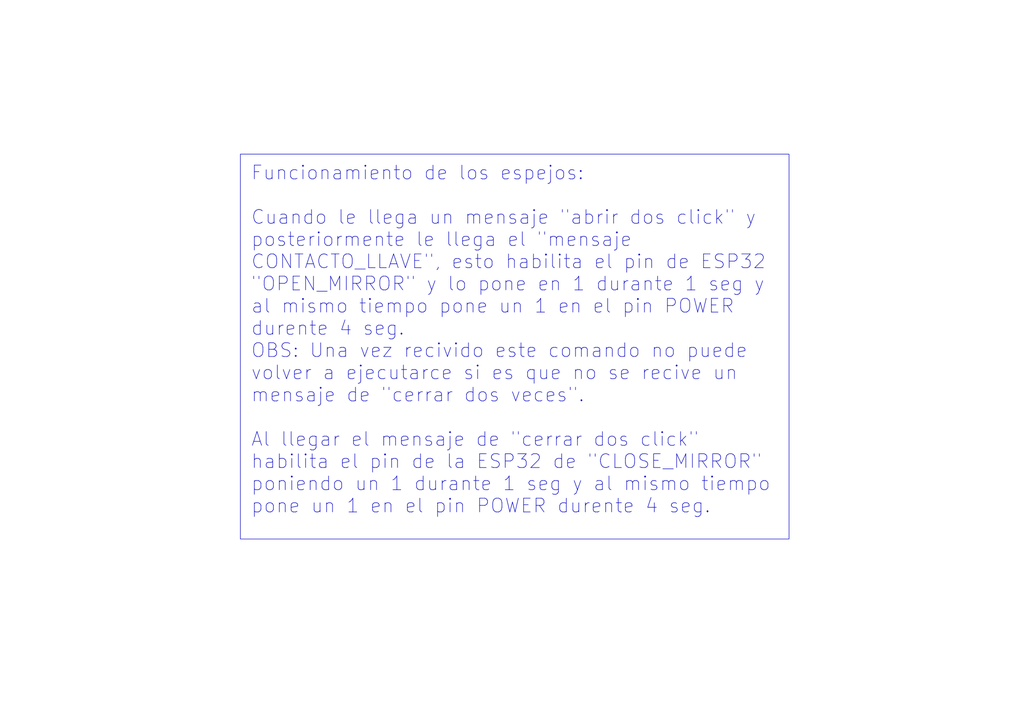
<source format=kicad_sch>
(kicad_sch
	(version 20231120)
	(generator "eeschema")
	(generator_version "8.0")
	(uuid "cc429eaf-fcb4-4d7b-b762-2a7926cc44ec")
	(paper "A4")
	(lib_symbols)
	(text_box "Funcionamiento de los espejos:\n\nCuando le llega un mensaje \"abrir dos click\" y posteriormente le llega el \"mensaje CONTACTO_LLAVE\", esto habilita el pin de ESP32 \"OPEN_MIRROR\" y lo pone en 1 durante 1 seg y al mismo tiempo pone un 1 en el pin POWER durente 4 seg.\nOBS: Una vez recivido este comando no puede volver a ejecutarce si es que no se recive un mensaje de \"cerrar dos veces\".\n\nAl llegar el mensaje de \"cerrar dos click\" habilita el pin de la ESP32 de \"CLOSE_MIRROR\" poniendo un 1 durante 1 seg y al mismo tiempo pone un 1 en el pin POWER durente 4 seg.\n "
		(exclude_from_sim no)
		(at 69.723 44.704 0)
		(size 159.131 111.633)
		(stroke
			(width 0)
			(type default)
		)
		(fill
			(type none)
		)
		(effects
			(font
				(size 4 4)
			)
			(justify left top)
		)
		(uuid "25724891-0e44-4682-9e30-3713b0972f0a")
	)
)

</source>
